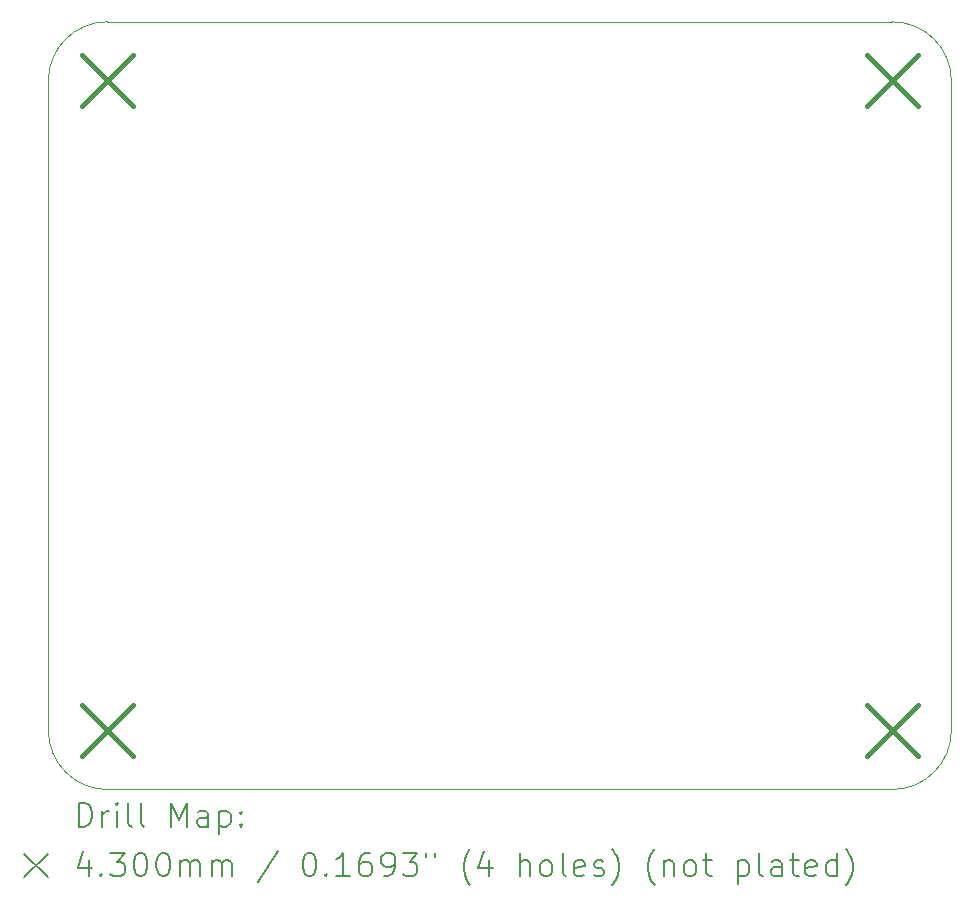
<source format=gbr>
%TF.GenerationSoftware,KiCad,Pcbnew,8.0.8*%
%TF.CreationDate,2025-02-11T18:03:02+01:00*%
%TF.ProjectId,PCB,5043422e-6b69-4636-9164-5f7063625858,rev?*%
%TF.SameCoordinates,Original*%
%TF.FileFunction,Drillmap*%
%TF.FilePolarity,Positive*%
%FSLAX45Y45*%
G04 Gerber Fmt 4.5, Leading zero omitted, Abs format (unit mm)*
G04 Created by KiCad (PCBNEW 8.0.8) date 2025-02-11 18:03:02*
%MOMM*%
%LPD*%
G01*
G04 APERTURE LIST*
%ADD10C,0.050000*%
%ADD11C,0.200000*%
%ADD12C,0.430000*%
G04 APERTURE END LIST*
D10*
X17996200Y-11604000D02*
G75*
G02*
X17496200Y-12104000I-500000J0D01*
G01*
X17996200Y-6104000D02*
X17996200Y-11604000D01*
X10850200Y-12104000D02*
G75*
G02*
X10350200Y-11604000I0J500000D01*
G01*
X10850200Y-5604000D02*
X17496200Y-5604000D01*
X10350200Y-6104000D02*
X10350200Y-11604000D01*
X10850200Y-12104000D02*
X17496200Y-12104000D01*
X10350200Y-6104000D02*
G75*
G02*
X10850200Y-5604000I500000J0D01*
G01*
X17496200Y-5604000D02*
G75*
G02*
X17996200Y-6104000I0J-500000D01*
G01*
D11*
D12*
X10635200Y-5889000D02*
X11065200Y-6319000D01*
X11065200Y-5889000D02*
X10635200Y-6319000D01*
X10635200Y-11389000D02*
X11065200Y-11819000D01*
X11065200Y-11389000D02*
X10635200Y-11819000D01*
X17281200Y-5889000D02*
X17711200Y-6319000D01*
X17711200Y-5889000D02*
X17281200Y-6319000D01*
X17281200Y-11389000D02*
X17711200Y-11819000D01*
X17711200Y-11389000D02*
X17281200Y-11819000D01*
D11*
X10608477Y-12417984D02*
X10608477Y-12217984D01*
X10608477Y-12217984D02*
X10656096Y-12217984D01*
X10656096Y-12217984D02*
X10684667Y-12227508D01*
X10684667Y-12227508D02*
X10703715Y-12246555D01*
X10703715Y-12246555D02*
X10713239Y-12265603D01*
X10713239Y-12265603D02*
X10722763Y-12303698D01*
X10722763Y-12303698D02*
X10722763Y-12332269D01*
X10722763Y-12332269D02*
X10713239Y-12370365D01*
X10713239Y-12370365D02*
X10703715Y-12389412D01*
X10703715Y-12389412D02*
X10684667Y-12408460D01*
X10684667Y-12408460D02*
X10656096Y-12417984D01*
X10656096Y-12417984D02*
X10608477Y-12417984D01*
X10808477Y-12417984D02*
X10808477Y-12284650D01*
X10808477Y-12322746D02*
X10818001Y-12303698D01*
X10818001Y-12303698D02*
X10827524Y-12294174D01*
X10827524Y-12294174D02*
X10846572Y-12284650D01*
X10846572Y-12284650D02*
X10865620Y-12284650D01*
X10932286Y-12417984D02*
X10932286Y-12284650D01*
X10932286Y-12217984D02*
X10922763Y-12227508D01*
X10922763Y-12227508D02*
X10932286Y-12237031D01*
X10932286Y-12237031D02*
X10941810Y-12227508D01*
X10941810Y-12227508D02*
X10932286Y-12217984D01*
X10932286Y-12217984D02*
X10932286Y-12237031D01*
X11056096Y-12417984D02*
X11037048Y-12408460D01*
X11037048Y-12408460D02*
X11027524Y-12389412D01*
X11027524Y-12389412D02*
X11027524Y-12217984D01*
X11160858Y-12417984D02*
X11141810Y-12408460D01*
X11141810Y-12408460D02*
X11132286Y-12389412D01*
X11132286Y-12389412D02*
X11132286Y-12217984D01*
X11389429Y-12417984D02*
X11389429Y-12217984D01*
X11389429Y-12217984D02*
X11456096Y-12360841D01*
X11456096Y-12360841D02*
X11522762Y-12217984D01*
X11522762Y-12217984D02*
X11522762Y-12417984D01*
X11703715Y-12417984D02*
X11703715Y-12313222D01*
X11703715Y-12313222D02*
X11694191Y-12294174D01*
X11694191Y-12294174D02*
X11675143Y-12284650D01*
X11675143Y-12284650D02*
X11637048Y-12284650D01*
X11637048Y-12284650D02*
X11618001Y-12294174D01*
X11703715Y-12408460D02*
X11684667Y-12417984D01*
X11684667Y-12417984D02*
X11637048Y-12417984D01*
X11637048Y-12417984D02*
X11618001Y-12408460D01*
X11618001Y-12408460D02*
X11608477Y-12389412D01*
X11608477Y-12389412D02*
X11608477Y-12370365D01*
X11608477Y-12370365D02*
X11618001Y-12351317D01*
X11618001Y-12351317D02*
X11637048Y-12341793D01*
X11637048Y-12341793D02*
X11684667Y-12341793D01*
X11684667Y-12341793D02*
X11703715Y-12332269D01*
X11798953Y-12284650D02*
X11798953Y-12484650D01*
X11798953Y-12294174D02*
X11818001Y-12284650D01*
X11818001Y-12284650D02*
X11856096Y-12284650D01*
X11856096Y-12284650D02*
X11875143Y-12294174D01*
X11875143Y-12294174D02*
X11884667Y-12303698D01*
X11884667Y-12303698D02*
X11894191Y-12322746D01*
X11894191Y-12322746D02*
X11894191Y-12379888D01*
X11894191Y-12379888D02*
X11884667Y-12398936D01*
X11884667Y-12398936D02*
X11875143Y-12408460D01*
X11875143Y-12408460D02*
X11856096Y-12417984D01*
X11856096Y-12417984D02*
X11818001Y-12417984D01*
X11818001Y-12417984D02*
X11798953Y-12408460D01*
X11979905Y-12398936D02*
X11989429Y-12408460D01*
X11989429Y-12408460D02*
X11979905Y-12417984D01*
X11979905Y-12417984D02*
X11970382Y-12408460D01*
X11970382Y-12408460D02*
X11979905Y-12398936D01*
X11979905Y-12398936D02*
X11979905Y-12417984D01*
X11979905Y-12294174D02*
X11989429Y-12303698D01*
X11989429Y-12303698D02*
X11979905Y-12313222D01*
X11979905Y-12313222D02*
X11970382Y-12303698D01*
X11970382Y-12303698D02*
X11979905Y-12294174D01*
X11979905Y-12294174D02*
X11979905Y-12313222D01*
X10147700Y-12646500D02*
X10347700Y-12846500D01*
X10347700Y-12646500D02*
X10147700Y-12846500D01*
X10694191Y-12704650D02*
X10694191Y-12837984D01*
X10646572Y-12628460D02*
X10598953Y-12771317D01*
X10598953Y-12771317D02*
X10722763Y-12771317D01*
X10798953Y-12818936D02*
X10808477Y-12828460D01*
X10808477Y-12828460D02*
X10798953Y-12837984D01*
X10798953Y-12837984D02*
X10789429Y-12828460D01*
X10789429Y-12828460D02*
X10798953Y-12818936D01*
X10798953Y-12818936D02*
X10798953Y-12837984D01*
X10875144Y-12637984D02*
X10998953Y-12637984D01*
X10998953Y-12637984D02*
X10932286Y-12714174D01*
X10932286Y-12714174D02*
X10960858Y-12714174D01*
X10960858Y-12714174D02*
X10979905Y-12723698D01*
X10979905Y-12723698D02*
X10989429Y-12733222D01*
X10989429Y-12733222D02*
X10998953Y-12752269D01*
X10998953Y-12752269D02*
X10998953Y-12799888D01*
X10998953Y-12799888D02*
X10989429Y-12818936D01*
X10989429Y-12818936D02*
X10979905Y-12828460D01*
X10979905Y-12828460D02*
X10960858Y-12837984D01*
X10960858Y-12837984D02*
X10903715Y-12837984D01*
X10903715Y-12837984D02*
X10884667Y-12828460D01*
X10884667Y-12828460D02*
X10875144Y-12818936D01*
X11122763Y-12637984D02*
X11141810Y-12637984D01*
X11141810Y-12637984D02*
X11160858Y-12647508D01*
X11160858Y-12647508D02*
X11170382Y-12657031D01*
X11170382Y-12657031D02*
X11179905Y-12676079D01*
X11179905Y-12676079D02*
X11189429Y-12714174D01*
X11189429Y-12714174D02*
X11189429Y-12761793D01*
X11189429Y-12761793D02*
X11179905Y-12799888D01*
X11179905Y-12799888D02*
X11170382Y-12818936D01*
X11170382Y-12818936D02*
X11160858Y-12828460D01*
X11160858Y-12828460D02*
X11141810Y-12837984D01*
X11141810Y-12837984D02*
X11122763Y-12837984D01*
X11122763Y-12837984D02*
X11103715Y-12828460D01*
X11103715Y-12828460D02*
X11094191Y-12818936D01*
X11094191Y-12818936D02*
X11084667Y-12799888D01*
X11084667Y-12799888D02*
X11075144Y-12761793D01*
X11075144Y-12761793D02*
X11075144Y-12714174D01*
X11075144Y-12714174D02*
X11084667Y-12676079D01*
X11084667Y-12676079D02*
X11094191Y-12657031D01*
X11094191Y-12657031D02*
X11103715Y-12647508D01*
X11103715Y-12647508D02*
X11122763Y-12637984D01*
X11313239Y-12637984D02*
X11332286Y-12637984D01*
X11332286Y-12637984D02*
X11351334Y-12647508D01*
X11351334Y-12647508D02*
X11360858Y-12657031D01*
X11360858Y-12657031D02*
X11370382Y-12676079D01*
X11370382Y-12676079D02*
X11379905Y-12714174D01*
X11379905Y-12714174D02*
X11379905Y-12761793D01*
X11379905Y-12761793D02*
X11370382Y-12799888D01*
X11370382Y-12799888D02*
X11360858Y-12818936D01*
X11360858Y-12818936D02*
X11351334Y-12828460D01*
X11351334Y-12828460D02*
X11332286Y-12837984D01*
X11332286Y-12837984D02*
X11313239Y-12837984D01*
X11313239Y-12837984D02*
X11294191Y-12828460D01*
X11294191Y-12828460D02*
X11284667Y-12818936D01*
X11284667Y-12818936D02*
X11275143Y-12799888D01*
X11275143Y-12799888D02*
X11265620Y-12761793D01*
X11265620Y-12761793D02*
X11265620Y-12714174D01*
X11265620Y-12714174D02*
X11275143Y-12676079D01*
X11275143Y-12676079D02*
X11284667Y-12657031D01*
X11284667Y-12657031D02*
X11294191Y-12647508D01*
X11294191Y-12647508D02*
X11313239Y-12637984D01*
X11465620Y-12837984D02*
X11465620Y-12704650D01*
X11465620Y-12723698D02*
X11475143Y-12714174D01*
X11475143Y-12714174D02*
X11494191Y-12704650D01*
X11494191Y-12704650D02*
X11522763Y-12704650D01*
X11522763Y-12704650D02*
X11541810Y-12714174D01*
X11541810Y-12714174D02*
X11551334Y-12733222D01*
X11551334Y-12733222D02*
X11551334Y-12837984D01*
X11551334Y-12733222D02*
X11560858Y-12714174D01*
X11560858Y-12714174D02*
X11579905Y-12704650D01*
X11579905Y-12704650D02*
X11608477Y-12704650D01*
X11608477Y-12704650D02*
X11627524Y-12714174D01*
X11627524Y-12714174D02*
X11637048Y-12733222D01*
X11637048Y-12733222D02*
X11637048Y-12837984D01*
X11732286Y-12837984D02*
X11732286Y-12704650D01*
X11732286Y-12723698D02*
X11741810Y-12714174D01*
X11741810Y-12714174D02*
X11760858Y-12704650D01*
X11760858Y-12704650D02*
X11789429Y-12704650D01*
X11789429Y-12704650D02*
X11808477Y-12714174D01*
X11808477Y-12714174D02*
X11818001Y-12733222D01*
X11818001Y-12733222D02*
X11818001Y-12837984D01*
X11818001Y-12733222D02*
X11827524Y-12714174D01*
X11827524Y-12714174D02*
X11846572Y-12704650D01*
X11846572Y-12704650D02*
X11875143Y-12704650D01*
X11875143Y-12704650D02*
X11894191Y-12714174D01*
X11894191Y-12714174D02*
X11903715Y-12733222D01*
X11903715Y-12733222D02*
X11903715Y-12837984D01*
X12294191Y-12628460D02*
X12122763Y-12885603D01*
X12551334Y-12637984D02*
X12570382Y-12637984D01*
X12570382Y-12637984D02*
X12589429Y-12647508D01*
X12589429Y-12647508D02*
X12598953Y-12657031D01*
X12598953Y-12657031D02*
X12608477Y-12676079D01*
X12608477Y-12676079D02*
X12618001Y-12714174D01*
X12618001Y-12714174D02*
X12618001Y-12761793D01*
X12618001Y-12761793D02*
X12608477Y-12799888D01*
X12608477Y-12799888D02*
X12598953Y-12818936D01*
X12598953Y-12818936D02*
X12589429Y-12828460D01*
X12589429Y-12828460D02*
X12570382Y-12837984D01*
X12570382Y-12837984D02*
X12551334Y-12837984D01*
X12551334Y-12837984D02*
X12532286Y-12828460D01*
X12532286Y-12828460D02*
X12522763Y-12818936D01*
X12522763Y-12818936D02*
X12513239Y-12799888D01*
X12513239Y-12799888D02*
X12503715Y-12761793D01*
X12503715Y-12761793D02*
X12503715Y-12714174D01*
X12503715Y-12714174D02*
X12513239Y-12676079D01*
X12513239Y-12676079D02*
X12522763Y-12657031D01*
X12522763Y-12657031D02*
X12532286Y-12647508D01*
X12532286Y-12647508D02*
X12551334Y-12637984D01*
X12703715Y-12818936D02*
X12713239Y-12828460D01*
X12713239Y-12828460D02*
X12703715Y-12837984D01*
X12703715Y-12837984D02*
X12694191Y-12828460D01*
X12694191Y-12828460D02*
X12703715Y-12818936D01*
X12703715Y-12818936D02*
X12703715Y-12837984D01*
X12903715Y-12837984D02*
X12789429Y-12837984D01*
X12846572Y-12837984D02*
X12846572Y-12637984D01*
X12846572Y-12637984D02*
X12827525Y-12666555D01*
X12827525Y-12666555D02*
X12808477Y-12685603D01*
X12808477Y-12685603D02*
X12789429Y-12695127D01*
X13075144Y-12637984D02*
X13037048Y-12637984D01*
X13037048Y-12637984D02*
X13018001Y-12647508D01*
X13018001Y-12647508D02*
X13008477Y-12657031D01*
X13008477Y-12657031D02*
X12989429Y-12685603D01*
X12989429Y-12685603D02*
X12979906Y-12723698D01*
X12979906Y-12723698D02*
X12979906Y-12799888D01*
X12979906Y-12799888D02*
X12989429Y-12818936D01*
X12989429Y-12818936D02*
X12998953Y-12828460D01*
X12998953Y-12828460D02*
X13018001Y-12837984D01*
X13018001Y-12837984D02*
X13056096Y-12837984D01*
X13056096Y-12837984D02*
X13075144Y-12828460D01*
X13075144Y-12828460D02*
X13084667Y-12818936D01*
X13084667Y-12818936D02*
X13094191Y-12799888D01*
X13094191Y-12799888D02*
X13094191Y-12752269D01*
X13094191Y-12752269D02*
X13084667Y-12733222D01*
X13084667Y-12733222D02*
X13075144Y-12723698D01*
X13075144Y-12723698D02*
X13056096Y-12714174D01*
X13056096Y-12714174D02*
X13018001Y-12714174D01*
X13018001Y-12714174D02*
X12998953Y-12723698D01*
X12998953Y-12723698D02*
X12989429Y-12733222D01*
X12989429Y-12733222D02*
X12979906Y-12752269D01*
X13189429Y-12837984D02*
X13227525Y-12837984D01*
X13227525Y-12837984D02*
X13246572Y-12828460D01*
X13246572Y-12828460D02*
X13256096Y-12818936D01*
X13256096Y-12818936D02*
X13275144Y-12790365D01*
X13275144Y-12790365D02*
X13284667Y-12752269D01*
X13284667Y-12752269D02*
X13284667Y-12676079D01*
X13284667Y-12676079D02*
X13275144Y-12657031D01*
X13275144Y-12657031D02*
X13265620Y-12647508D01*
X13265620Y-12647508D02*
X13246572Y-12637984D01*
X13246572Y-12637984D02*
X13208477Y-12637984D01*
X13208477Y-12637984D02*
X13189429Y-12647508D01*
X13189429Y-12647508D02*
X13179906Y-12657031D01*
X13179906Y-12657031D02*
X13170382Y-12676079D01*
X13170382Y-12676079D02*
X13170382Y-12723698D01*
X13170382Y-12723698D02*
X13179906Y-12742746D01*
X13179906Y-12742746D02*
X13189429Y-12752269D01*
X13189429Y-12752269D02*
X13208477Y-12761793D01*
X13208477Y-12761793D02*
X13246572Y-12761793D01*
X13246572Y-12761793D02*
X13265620Y-12752269D01*
X13265620Y-12752269D02*
X13275144Y-12742746D01*
X13275144Y-12742746D02*
X13284667Y-12723698D01*
X13351334Y-12637984D02*
X13475144Y-12637984D01*
X13475144Y-12637984D02*
X13408477Y-12714174D01*
X13408477Y-12714174D02*
X13437048Y-12714174D01*
X13437048Y-12714174D02*
X13456096Y-12723698D01*
X13456096Y-12723698D02*
X13465620Y-12733222D01*
X13465620Y-12733222D02*
X13475144Y-12752269D01*
X13475144Y-12752269D02*
X13475144Y-12799888D01*
X13475144Y-12799888D02*
X13465620Y-12818936D01*
X13465620Y-12818936D02*
X13456096Y-12828460D01*
X13456096Y-12828460D02*
X13437048Y-12837984D01*
X13437048Y-12837984D02*
X13379906Y-12837984D01*
X13379906Y-12837984D02*
X13360858Y-12828460D01*
X13360858Y-12828460D02*
X13351334Y-12818936D01*
X13551334Y-12637984D02*
X13551334Y-12676079D01*
X13627525Y-12637984D02*
X13627525Y-12676079D01*
X13922763Y-12914174D02*
X13913239Y-12904650D01*
X13913239Y-12904650D02*
X13894191Y-12876079D01*
X13894191Y-12876079D02*
X13884668Y-12857031D01*
X13884668Y-12857031D02*
X13875144Y-12828460D01*
X13875144Y-12828460D02*
X13865620Y-12780841D01*
X13865620Y-12780841D02*
X13865620Y-12742746D01*
X13865620Y-12742746D02*
X13875144Y-12695127D01*
X13875144Y-12695127D02*
X13884668Y-12666555D01*
X13884668Y-12666555D02*
X13894191Y-12647508D01*
X13894191Y-12647508D02*
X13913239Y-12618936D01*
X13913239Y-12618936D02*
X13922763Y-12609412D01*
X14084668Y-12704650D02*
X14084668Y-12837984D01*
X14037048Y-12628460D02*
X13989429Y-12771317D01*
X13989429Y-12771317D02*
X14113239Y-12771317D01*
X14341810Y-12837984D02*
X14341810Y-12637984D01*
X14427525Y-12837984D02*
X14427525Y-12733222D01*
X14427525Y-12733222D02*
X14418001Y-12714174D01*
X14418001Y-12714174D02*
X14398953Y-12704650D01*
X14398953Y-12704650D02*
X14370382Y-12704650D01*
X14370382Y-12704650D02*
X14351334Y-12714174D01*
X14351334Y-12714174D02*
X14341810Y-12723698D01*
X14551334Y-12837984D02*
X14532287Y-12828460D01*
X14532287Y-12828460D02*
X14522763Y-12818936D01*
X14522763Y-12818936D02*
X14513239Y-12799888D01*
X14513239Y-12799888D02*
X14513239Y-12742746D01*
X14513239Y-12742746D02*
X14522763Y-12723698D01*
X14522763Y-12723698D02*
X14532287Y-12714174D01*
X14532287Y-12714174D02*
X14551334Y-12704650D01*
X14551334Y-12704650D02*
X14579906Y-12704650D01*
X14579906Y-12704650D02*
X14598953Y-12714174D01*
X14598953Y-12714174D02*
X14608477Y-12723698D01*
X14608477Y-12723698D02*
X14618001Y-12742746D01*
X14618001Y-12742746D02*
X14618001Y-12799888D01*
X14618001Y-12799888D02*
X14608477Y-12818936D01*
X14608477Y-12818936D02*
X14598953Y-12828460D01*
X14598953Y-12828460D02*
X14579906Y-12837984D01*
X14579906Y-12837984D02*
X14551334Y-12837984D01*
X14732287Y-12837984D02*
X14713239Y-12828460D01*
X14713239Y-12828460D02*
X14703715Y-12809412D01*
X14703715Y-12809412D02*
X14703715Y-12637984D01*
X14884668Y-12828460D02*
X14865620Y-12837984D01*
X14865620Y-12837984D02*
X14827525Y-12837984D01*
X14827525Y-12837984D02*
X14808477Y-12828460D01*
X14808477Y-12828460D02*
X14798953Y-12809412D01*
X14798953Y-12809412D02*
X14798953Y-12733222D01*
X14798953Y-12733222D02*
X14808477Y-12714174D01*
X14808477Y-12714174D02*
X14827525Y-12704650D01*
X14827525Y-12704650D02*
X14865620Y-12704650D01*
X14865620Y-12704650D02*
X14884668Y-12714174D01*
X14884668Y-12714174D02*
X14894191Y-12733222D01*
X14894191Y-12733222D02*
X14894191Y-12752269D01*
X14894191Y-12752269D02*
X14798953Y-12771317D01*
X14970382Y-12828460D02*
X14989430Y-12837984D01*
X14989430Y-12837984D02*
X15027525Y-12837984D01*
X15027525Y-12837984D02*
X15046572Y-12828460D01*
X15046572Y-12828460D02*
X15056096Y-12809412D01*
X15056096Y-12809412D02*
X15056096Y-12799888D01*
X15056096Y-12799888D02*
X15046572Y-12780841D01*
X15046572Y-12780841D02*
X15027525Y-12771317D01*
X15027525Y-12771317D02*
X14998953Y-12771317D01*
X14998953Y-12771317D02*
X14979906Y-12761793D01*
X14979906Y-12761793D02*
X14970382Y-12742746D01*
X14970382Y-12742746D02*
X14970382Y-12733222D01*
X14970382Y-12733222D02*
X14979906Y-12714174D01*
X14979906Y-12714174D02*
X14998953Y-12704650D01*
X14998953Y-12704650D02*
X15027525Y-12704650D01*
X15027525Y-12704650D02*
X15046572Y-12714174D01*
X15122763Y-12914174D02*
X15132287Y-12904650D01*
X15132287Y-12904650D02*
X15151334Y-12876079D01*
X15151334Y-12876079D02*
X15160858Y-12857031D01*
X15160858Y-12857031D02*
X15170382Y-12828460D01*
X15170382Y-12828460D02*
X15179906Y-12780841D01*
X15179906Y-12780841D02*
X15179906Y-12742746D01*
X15179906Y-12742746D02*
X15170382Y-12695127D01*
X15170382Y-12695127D02*
X15160858Y-12666555D01*
X15160858Y-12666555D02*
X15151334Y-12647508D01*
X15151334Y-12647508D02*
X15132287Y-12618936D01*
X15132287Y-12618936D02*
X15122763Y-12609412D01*
X15484668Y-12914174D02*
X15475144Y-12904650D01*
X15475144Y-12904650D02*
X15456096Y-12876079D01*
X15456096Y-12876079D02*
X15446572Y-12857031D01*
X15446572Y-12857031D02*
X15437049Y-12828460D01*
X15437049Y-12828460D02*
X15427525Y-12780841D01*
X15427525Y-12780841D02*
X15427525Y-12742746D01*
X15427525Y-12742746D02*
X15437049Y-12695127D01*
X15437049Y-12695127D02*
X15446572Y-12666555D01*
X15446572Y-12666555D02*
X15456096Y-12647508D01*
X15456096Y-12647508D02*
X15475144Y-12618936D01*
X15475144Y-12618936D02*
X15484668Y-12609412D01*
X15560858Y-12704650D02*
X15560858Y-12837984D01*
X15560858Y-12723698D02*
X15570382Y-12714174D01*
X15570382Y-12714174D02*
X15589430Y-12704650D01*
X15589430Y-12704650D02*
X15618001Y-12704650D01*
X15618001Y-12704650D02*
X15637049Y-12714174D01*
X15637049Y-12714174D02*
X15646572Y-12733222D01*
X15646572Y-12733222D02*
X15646572Y-12837984D01*
X15770382Y-12837984D02*
X15751334Y-12828460D01*
X15751334Y-12828460D02*
X15741811Y-12818936D01*
X15741811Y-12818936D02*
X15732287Y-12799888D01*
X15732287Y-12799888D02*
X15732287Y-12742746D01*
X15732287Y-12742746D02*
X15741811Y-12723698D01*
X15741811Y-12723698D02*
X15751334Y-12714174D01*
X15751334Y-12714174D02*
X15770382Y-12704650D01*
X15770382Y-12704650D02*
X15798953Y-12704650D01*
X15798953Y-12704650D02*
X15818001Y-12714174D01*
X15818001Y-12714174D02*
X15827525Y-12723698D01*
X15827525Y-12723698D02*
X15837049Y-12742746D01*
X15837049Y-12742746D02*
X15837049Y-12799888D01*
X15837049Y-12799888D02*
X15827525Y-12818936D01*
X15827525Y-12818936D02*
X15818001Y-12828460D01*
X15818001Y-12828460D02*
X15798953Y-12837984D01*
X15798953Y-12837984D02*
X15770382Y-12837984D01*
X15894192Y-12704650D02*
X15970382Y-12704650D01*
X15922763Y-12637984D02*
X15922763Y-12809412D01*
X15922763Y-12809412D02*
X15932287Y-12828460D01*
X15932287Y-12828460D02*
X15951334Y-12837984D01*
X15951334Y-12837984D02*
X15970382Y-12837984D01*
X16189430Y-12704650D02*
X16189430Y-12904650D01*
X16189430Y-12714174D02*
X16208477Y-12704650D01*
X16208477Y-12704650D02*
X16246573Y-12704650D01*
X16246573Y-12704650D02*
X16265620Y-12714174D01*
X16265620Y-12714174D02*
X16275144Y-12723698D01*
X16275144Y-12723698D02*
X16284668Y-12742746D01*
X16284668Y-12742746D02*
X16284668Y-12799888D01*
X16284668Y-12799888D02*
X16275144Y-12818936D01*
X16275144Y-12818936D02*
X16265620Y-12828460D01*
X16265620Y-12828460D02*
X16246573Y-12837984D01*
X16246573Y-12837984D02*
X16208477Y-12837984D01*
X16208477Y-12837984D02*
X16189430Y-12828460D01*
X16398953Y-12837984D02*
X16379906Y-12828460D01*
X16379906Y-12828460D02*
X16370382Y-12809412D01*
X16370382Y-12809412D02*
X16370382Y-12637984D01*
X16560858Y-12837984D02*
X16560858Y-12733222D01*
X16560858Y-12733222D02*
X16551334Y-12714174D01*
X16551334Y-12714174D02*
X16532287Y-12704650D01*
X16532287Y-12704650D02*
X16494192Y-12704650D01*
X16494192Y-12704650D02*
X16475144Y-12714174D01*
X16560858Y-12828460D02*
X16541811Y-12837984D01*
X16541811Y-12837984D02*
X16494192Y-12837984D01*
X16494192Y-12837984D02*
X16475144Y-12828460D01*
X16475144Y-12828460D02*
X16465620Y-12809412D01*
X16465620Y-12809412D02*
X16465620Y-12790365D01*
X16465620Y-12790365D02*
X16475144Y-12771317D01*
X16475144Y-12771317D02*
X16494192Y-12761793D01*
X16494192Y-12761793D02*
X16541811Y-12761793D01*
X16541811Y-12761793D02*
X16560858Y-12752269D01*
X16627525Y-12704650D02*
X16703715Y-12704650D01*
X16656096Y-12637984D02*
X16656096Y-12809412D01*
X16656096Y-12809412D02*
X16665620Y-12828460D01*
X16665620Y-12828460D02*
X16684668Y-12837984D01*
X16684668Y-12837984D02*
X16703715Y-12837984D01*
X16846573Y-12828460D02*
X16827525Y-12837984D01*
X16827525Y-12837984D02*
X16789430Y-12837984D01*
X16789430Y-12837984D02*
X16770382Y-12828460D01*
X16770382Y-12828460D02*
X16760858Y-12809412D01*
X16760858Y-12809412D02*
X16760858Y-12733222D01*
X16760858Y-12733222D02*
X16770382Y-12714174D01*
X16770382Y-12714174D02*
X16789430Y-12704650D01*
X16789430Y-12704650D02*
X16827525Y-12704650D01*
X16827525Y-12704650D02*
X16846573Y-12714174D01*
X16846573Y-12714174D02*
X16856096Y-12733222D01*
X16856096Y-12733222D02*
X16856096Y-12752269D01*
X16856096Y-12752269D02*
X16760858Y-12771317D01*
X17027525Y-12837984D02*
X17027525Y-12637984D01*
X17027525Y-12828460D02*
X17008477Y-12837984D01*
X17008477Y-12837984D02*
X16970382Y-12837984D01*
X16970382Y-12837984D02*
X16951335Y-12828460D01*
X16951335Y-12828460D02*
X16941811Y-12818936D01*
X16941811Y-12818936D02*
X16932287Y-12799888D01*
X16932287Y-12799888D02*
X16932287Y-12742746D01*
X16932287Y-12742746D02*
X16941811Y-12723698D01*
X16941811Y-12723698D02*
X16951335Y-12714174D01*
X16951335Y-12714174D02*
X16970382Y-12704650D01*
X16970382Y-12704650D02*
X17008477Y-12704650D01*
X17008477Y-12704650D02*
X17027525Y-12714174D01*
X17103716Y-12914174D02*
X17113239Y-12904650D01*
X17113239Y-12904650D02*
X17132287Y-12876079D01*
X17132287Y-12876079D02*
X17141811Y-12857031D01*
X17141811Y-12857031D02*
X17151335Y-12828460D01*
X17151335Y-12828460D02*
X17160858Y-12780841D01*
X17160858Y-12780841D02*
X17160858Y-12742746D01*
X17160858Y-12742746D02*
X17151335Y-12695127D01*
X17151335Y-12695127D02*
X17141811Y-12666555D01*
X17141811Y-12666555D02*
X17132287Y-12647508D01*
X17132287Y-12647508D02*
X17113239Y-12618936D01*
X17113239Y-12618936D02*
X17103716Y-12609412D01*
M02*

</source>
